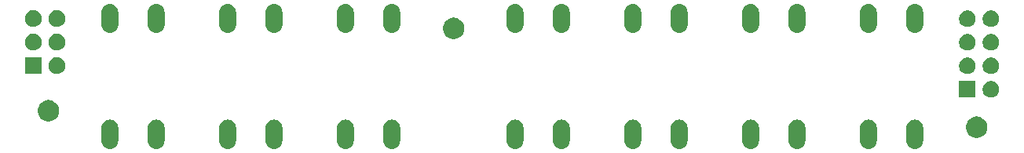
<source format=gbr>
G04 #@! TF.GenerationSoftware,KiCad,Pcbnew,(5.1.5)-3*
G04 #@! TF.CreationDate,2020-02-14T16:00:35-06:00*
G04 #@! TF.ProjectId,7Button,37427574-746f-46e2-9e6b-696361645f70,rev?*
G04 #@! TF.SameCoordinates,Original*
G04 #@! TF.FileFunction,Soldermask,Bot*
G04 #@! TF.FilePolarity,Negative*
%FSLAX46Y46*%
G04 Gerber Fmt 4.6, Leading zero omitted, Abs format (unit mm)*
G04 Created by KiCad (PCBNEW (5.1.5)-3) date 2020-02-14 16:00:35*
%MOMM*%
%LPD*%
G04 APERTURE LIST*
%ADD10C,0.100000*%
G04 APERTURE END LIST*
D10*
G36*
X170359293Y-136868233D02*
G01*
X170531694Y-136920531D01*
X170690583Y-137005458D01*
X170829849Y-137119751D01*
X170944142Y-137259017D01*
X171029069Y-137417905D01*
X171081367Y-137590306D01*
X171094600Y-137724669D01*
X171094600Y-139135331D01*
X171081367Y-139269694D01*
X171029069Y-139442095D01*
X170944142Y-139600983D01*
X170829849Y-139740249D01*
X170690583Y-139854542D01*
X170531695Y-139939469D01*
X170359294Y-139991767D01*
X170180000Y-140009425D01*
X170000707Y-139991767D01*
X169828306Y-139939469D01*
X169669418Y-139854542D01*
X169530152Y-139740249D01*
X169415859Y-139600983D01*
X169330932Y-139442095D01*
X169278634Y-139269694D01*
X169265401Y-139135331D01*
X169265400Y-137724670D01*
X169278633Y-137590307D01*
X169330931Y-137417906D01*
X169415858Y-137259017D01*
X169530151Y-137119751D01*
X169669417Y-137005458D01*
X169828305Y-136920531D01*
X170000706Y-136868233D01*
X170180000Y-136850575D01*
X170359293Y-136868233D01*
G37*
G36*
X149959293Y-136868233D02*
G01*
X150131694Y-136920531D01*
X150290583Y-137005458D01*
X150429849Y-137119751D01*
X150544142Y-137259017D01*
X150629069Y-137417905D01*
X150681367Y-137590306D01*
X150694600Y-137724669D01*
X150694600Y-139135331D01*
X150681367Y-139269694D01*
X150629069Y-139442095D01*
X150544142Y-139600983D01*
X150429849Y-139740249D01*
X150290583Y-139854542D01*
X150131695Y-139939469D01*
X149959294Y-139991767D01*
X149780000Y-140009425D01*
X149600707Y-139991767D01*
X149428306Y-139939469D01*
X149269418Y-139854542D01*
X149130152Y-139740249D01*
X149015859Y-139600983D01*
X148930932Y-139442095D01*
X148878634Y-139269694D01*
X148865401Y-139135331D01*
X148865400Y-137724670D01*
X148878633Y-137590307D01*
X148930931Y-137417906D01*
X149015858Y-137259017D01*
X149130151Y-137119751D01*
X149269417Y-137005458D01*
X149428305Y-136920531D01*
X149600706Y-136868233D01*
X149780000Y-136850575D01*
X149959293Y-136868233D01*
G37*
G36*
X157659293Y-136868233D02*
G01*
X157831694Y-136920531D01*
X157990583Y-137005458D01*
X158129849Y-137119751D01*
X158244142Y-137259017D01*
X158329069Y-137417905D01*
X158381367Y-137590306D01*
X158394600Y-137724669D01*
X158394600Y-139135331D01*
X158381367Y-139269694D01*
X158329069Y-139442095D01*
X158244142Y-139600983D01*
X158129849Y-139740249D01*
X157990583Y-139854542D01*
X157831695Y-139939469D01*
X157659294Y-139991767D01*
X157480000Y-140009425D01*
X157300707Y-139991767D01*
X157128306Y-139939469D01*
X156969418Y-139854542D01*
X156830152Y-139740249D01*
X156715859Y-139600983D01*
X156630932Y-139442095D01*
X156578634Y-139269694D01*
X156565401Y-139135331D01*
X156565400Y-137724670D01*
X156578633Y-137590307D01*
X156630931Y-137417906D01*
X156715858Y-137259017D01*
X156830151Y-137119751D01*
X156969417Y-137005458D01*
X157128305Y-136920531D01*
X157300706Y-136868233D01*
X157480000Y-136850575D01*
X157659293Y-136868233D01*
G37*
G36*
X162659293Y-136868233D02*
G01*
X162831694Y-136920531D01*
X162990583Y-137005458D01*
X163129849Y-137119751D01*
X163244142Y-137259017D01*
X163329069Y-137417905D01*
X163381367Y-137590306D01*
X163394600Y-137724669D01*
X163394600Y-139135331D01*
X163381367Y-139269694D01*
X163329069Y-139442095D01*
X163244142Y-139600983D01*
X163129849Y-139740249D01*
X162990583Y-139854542D01*
X162831695Y-139939469D01*
X162659294Y-139991767D01*
X162480000Y-140009425D01*
X162300707Y-139991767D01*
X162128306Y-139939469D01*
X161969418Y-139854542D01*
X161830152Y-139740249D01*
X161715859Y-139600983D01*
X161630932Y-139442095D01*
X161578634Y-139269694D01*
X161565401Y-139135331D01*
X161565400Y-137724670D01*
X161578633Y-137590307D01*
X161630931Y-137417906D01*
X161715858Y-137259017D01*
X161830151Y-137119751D01*
X161969417Y-137005458D01*
X162128305Y-136920531D01*
X162300706Y-136868233D01*
X162480000Y-136850575D01*
X162659293Y-136868233D01*
G37*
G36*
X175359293Y-136868233D02*
G01*
X175531694Y-136920531D01*
X175690583Y-137005458D01*
X175829849Y-137119751D01*
X175944142Y-137259017D01*
X176029069Y-137417905D01*
X176081367Y-137590306D01*
X176094600Y-137724669D01*
X176094600Y-139135331D01*
X176081367Y-139269694D01*
X176029069Y-139442095D01*
X175944142Y-139600983D01*
X175829849Y-139740249D01*
X175690583Y-139854542D01*
X175531695Y-139939469D01*
X175359294Y-139991767D01*
X175180000Y-140009425D01*
X175000707Y-139991767D01*
X174828306Y-139939469D01*
X174669418Y-139854542D01*
X174530152Y-139740249D01*
X174415859Y-139600983D01*
X174330932Y-139442095D01*
X174278634Y-139269694D01*
X174265401Y-139135331D01*
X174265400Y-137724670D01*
X174278633Y-137590307D01*
X174330931Y-137417906D01*
X174415858Y-137259017D01*
X174530151Y-137119751D01*
X174669417Y-137005458D01*
X174828305Y-136920531D01*
X175000706Y-136868233D01*
X175180000Y-136850575D01*
X175359293Y-136868233D01*
G37*
G36*
X188647293Y-136868233D02*
G01*
X188819694Y-136920531D01*
X188978583Y-137005458D01*
X189117849Y-137119751D01*
X189232142Y-137259017D01*
X189317069Y-137417905D01*
X189369367Y-137590306D01*
X189382600Y-137724669D01*
X189382600Y-139135331D01*
X189369367Y-139269694D01*
X189317069Y-139442095D01*
X189232142Y-139600983D01*
X189117849Y-139740249D01*
X188978583Y-139854542D01*
X188819695Y-139939469D01*
X188647294Y-139991767D01*
X188468000Y-140009425D01*
X188288707Y-139991767D01*
X188116306Y-139939469D01*
X187957418Y-139854542D01*
X187818152Y-139740249D01*
X187703859Y-139600983D01*
X187618932Y-139442095D01*
X187566634Y-139269694D01*
X187553401Y-139135331D01*
X187553400Y-137724670D01*
X187566633Y-137590307D01*
X187618931Y-137417906D01*
X187703858Y-137259017D01*
X187818151Y-137119751D01*
X187957417Y-137005458D01*
X188116305Y-136920531D01*
X188288706Y-136868233D01*
X188468000Y-136850575D01*
X188647293Y-136868233D01*
G37*
G36*
X193647293Y-136868233D02*
G01*
X193819694Y-136920531D01*
X193978583Y-137005458D01*
X194117849Y-137119751D01*
X194232142Y-137259017D01*
X194317069Y-137417905D01*
X194369367Y-137590306D01*
X194382600Y-137724669D01*
X194382600Y-139135331D01*
X194369367Y-139269694D01*
X194317069Y-139442095D01*
X194232142Y-139600983D01*
X194117849Y-139740249D01*
X193978583Y-139854542D01*
X193819695Y-139939469D01*
X193647294Y-139991767D01*
X193468000Y-140009425D01*
X193288707Y-139991767D01*
X193116306Y-139939469D01*
X192957418Y-139854542D01*
X192818152Y-139740249D01*
X192703859Y-139600983D01*
X192618932Y-139442095D01*
X192566634Y-139269694D01*
X192553401Y-139135331D01*
X192553400Y-137724670D01*
X192566633Y-137590307D01*
X192618931Y-137417906D01*
X192703858Y-137259017D01*
X192818151Y-137119751D01*
X192957417Y-137005458D01*
X193116305Y-136920531D01*
X193288706Y-136868233D01*
X193468000Y-136850575D01*
X193647293Y-136868233D01*
G37*
G36*
X201347293Y-136868233D02*
G01*
X201519694Y-136920531D01*
X201678583Y-137005458D01*
X201817849Y-137119751D01*
X201932142Y-137259017D01*
X202017069Y-137417905D01*
X202069367Y-137590306D01*
X202082600Y-137724669D01*
X202082600Y-139135331D01*
X202069367Y-139269694D01*
X202017069Y-139442095D01*
X201932142Y-139600983D01*
X201817849Y-139740249D01*
X201678583Y-139854542D01*
X201519695Y-139939469D01*
X201347294Y-139991767D01*
X201168000Y-140009425D01*
X200988707Y-139991767D01*
X200816306Y-139939469D01*
X200657418Y-139854542D01*
X200518152Y-139740249D01*
X200403859Y-139600983D01*
X200318932Y-139442095D01*
X200266634Y-139269694D01*
X200253401Y-139135331D01*
X200253400Y-137724670D01*
X200266633Y-137590307D01*
X200318931Y-137417906D01*
X200403858Y-137259017D01*
X200518151Y-137119751D01*
X200657417Y-137005458D01*
X200816305Y-136920531D01*
X200988706Y-136868233D01*
X201168000Y-136850575D01*
X201347293Y-136868233D01*
G37*
G36*
X206347293Y-136868233D02*
G01*
X206519694Y-136920531D01*
X206678583Y-137005458D01*
X206817849Y-137119751D01*
X206932142Y-137259017D01*
X207017069Y-137417905D01*
X207069367Y-137590306D01*
X207082600Y-137724669D01*
X207082600Y-139135331D01*
X207069367Y-139269694D01*
X207017069Y-139442095D01*
X206932142Y-139600983D01*
X206817849Y-139740249D01*
X206678583Y-139854542D01*
X206519695Y-139939469D01*
X206347294Y-139991767D01*
X206168000Y-140009425D01*
X205988707Y-139991767D01*
X205816306Y-139939469D01*
X205657418Y-139854542D01*
X205518152Y-139740249D01*
X205403859Y-139600983D01*
X205318932Y-139442095D01*
X205266634Y-139269694D01*
X205253401Y-139135331D01*
X205253400Y-137724670D01*
X205266633Y-137590307D01*
X205318931Y-137417906D01*
X205403858Y-137259017D01*
X205518151Y-137119751D01*
X205657417Y-137005458D01*
X205816305Y-136920531D01*
X205988706Y-136868233D01*
X206168000Y-136850575D01*
X206347293Y-136868233D01*
G37*
G36*
X214047293Y-136868233D02*
G01*
X214219694Y-136920531D01*
X214378583Y-137005458D01*
X214517849Y-137119751D01*
X214632142Y-137259017D01*
X214717069Y-137417905D01*
X214769367Y-137590306D01*
X214782600Y-137724669D01*
X214782600Y-139135331D01*
X214769367Y-139269694D01*
X214717069Y-139442095D01*
X214632142Y-139600983D01*
X214517849Y-139740249D01*
X214378583Y-139854542D01*
X214219695Y-139939469D01*
X214047294Y-139991767D01*
X213868000Y-140009425D01*
X213688707Y-139991767D01*
X213516306Y-139939469D01*
X213357418Y-139854542D01*
X213218152Y-139740249D01*
X213103859Y-139600983D01*
X213018932Y-139442095D01*
X212966634Y-139269694D01*
X212953401Y-139135331D01*
X212953400Y-137724670D01*
X212966633Y-137590307D01*
X213018931Y-137417906D01*
X213103858Y-137259017D01*
X213218151Y-137119751D01*
X213357417Y-137005458D01*
X213516305Y-136920531D01*
X213688706Y-136868233D01*
X213868000Y-136850575D01*
X214047293Y-136868233D01*
G37*
G36*
X219047293Y-136868233D02*
G01*
X219219694Y-136920531D01*
X219378583Y-137005458D01*
X219517849Y-137119751D01*
X219632142Y-137259017D01*
X219717069Y-137417905D01*
X219769367Y-137590306D01*
X219782600Y-137724669D01*
X219782600Y-139135331D01*
X219769367Y-139269694D01*
X219717069Y-139442095D01*
X219632142Y-139600983D01*
X219517849Y-139740249D01*
X219378583Y-139854542D01*
X219219695Y-139939469D01*
X219047294Y-139991767D01*
X218868000Y-140009425D01*
X218688707Y-139991767D01*
X218516306Y-139939469D01*
X218357418Y-139854542D01*
X218218152Y-139740249D01*
X218103859Y-139600983D01*
X218018932Y-139442095D01*
X217966634Y-139269694D01*
X217953401Y-139135331D01*
X217953400Y-137724670D01*
X217966633Y-137590307D01*
X218018931Y-137417906D01*
X218103858Y-137259017D01*
X218218151Y-137119751D01*
X218357417Y-137005458D01*
X218516305Y-136920531D01*
X218688706Y-136868233D01*
X218868000Y-136850575D01*
X219047293Y-136868233D01*
G37*
G36*
X226747293Y-136868233D02*
G01*
X226919694Y-136920531D01*
X227078583Y-137005458D01*
X227217849Y-137119751D01*
X227332142Y-137259017D01*
X227417069Y-137417905D01*
X227469367Y-137590306D01*
X227482600Y-137724669D01*
X227482600Y-139135331D01*
X227469367Y-139269694D01*
X227417069Y-139442095D01*
X227332142Y-139600983D01*
X227217849Y-139740249D01*
X227078583Y-139854542D01*
X226919695Y-139939469D01*
X226747294Y-139991767D01*
X226568000Y-140009425D01*
X226388707Y-139991767D01*
X226216306Y-139939469D01*
X226057418Y-139854542D01*
X225918152Y-139740249D01*
X225803859Y-139600983D01*
X225718932Y-139442095D01*
X225666634Y-139269694D01*
X225653401Y-139135331D01*
X225653400Y-137724670D01*
X225666633Y-137590307D01*
X225718931Y-137417906D01*
X225803858Y-137259017D01*
X225918151Y-137119751D01*
X226057417Y-137005458D01*
X226216305Y-136920531D01*
X226388706Y-136868233D01*
X226568000Y-136850575D01*
X226747293Y-136868233D01*
G37*
G36*
X231747293Y-136868233D02*
G01*
X231919694Y-136920531D01*
X232078583Y-137005458D01*
X232217849Y-137119751D01*
X232332142Y-137259017D01*
X232417069Y-137417905D01*
X232469367Y-137590306D01*
X232482600Y-137724669D01*
X232482600Y-139135331D01*
X232469367Y-139269694D01*
X232417069Y-139442095D01*
X232332142Y-139600983D01*
X232217849Y-139740249D01*
X232078583Y-139854542D01*
X231919695Y-139939469D01*
X231747294Y-139991767D01*
X231568000Y-140009425D01*
X231388707Y-139991767D01*
X231216306Y-139939469D01*
X231057418Y-139854542D01*
X230918152Y-139740249D01*
X230803859Y-139600983D01*
X230718932Y-139442095D01*
X230666634Y-139269694D01*
X230653401Y-139135331D01*
X230653400Y-137724670D01*
X230666633Y-137590307D01*
X230718931Y-137417906D01*
X230803858Y-137259017D01*
X230918151Y-137119751D01*
X231057417Y-137005458D01*
X231216305Y-136920531D01*
X231388706Y-136868233D01*
X231568000Y-136850575D01*
X231747293Y-136868233D01*
G37*
G36*
X144959293Y-136868233D02*
G01*
X145131694Y-136920531D01*
X145290583Y-137005458D01*
X145429849Y-137119751D01*
X145544142Y-137259017D01*
X145629069Y-137417905D01*
X145681367Y-137590306D01*
X145694600Y-137724669D01*
X145694600Y-139135331D01*
X145681367Y-139269694D01*
X145629069Y-139442095D01*
X145544142Y-139600983D01*
X145429849Y-139740249D01*
X145290583Y-139854542D01*
X145131695Y-139939469D01*
X144959294Y-139991767D01*
X144780000Y-140009425D01*
X144600707Y-139991767D01*
X144428306Y-139939469D01*
X144269418Y-139854542D01*
X144130152Y-139740249D01*
X144015859Y-139600983D01*
X143930932Y-139442095D01*
X143878634Y-139269694D01*
X143865401Y-139135331D01*
X143865400Y-137724670D01*
X143878633Y-137590307D01*
X143930931Y-137417906D01*
X144015858Y-137259017D01*
X144130151Y-137119751D01*
X144269417Y-137005458D01*
X144428305Y-136920531D01*
X144600706Y-136868233D01*
X144780000Y-136850575D01*
X144959293Y-136868233D01*
G37*
G36*
X238476549Y-136539116D02*
G01*
X238587734Y-136561232D01*
X238797203Y-136647997D01*
X238985720Y-136773960D01*
X239146040Y-136934280D01*
X239272003Y-137122797D01*
X239358768Y-137332266D01*
X239403000Y-137554636D01*
X239403000Y-137781364D01*
X239358768Y-138003734D01*
X239272003Y-138213203D01*
X239146040Y-138401720D01*
X238985720Y-138562040D01*
X238797203Y-138688003D01*
X238587734Y-138774768D01*
X238476549Y-138796884D01*
X238365365Y-138819000D01*
X238138635Y-138819000D01*
X238027451Y-138796884D01*
X237916266Y-138774768D01*
X237706797Y-138688003D01*
X237518280Y-138562040D01*
X237357960Y-138401720D01*
X237231997Y-138213203D01*
X237145232Y-138003734D01*
X237101000Y-137781364D01*
X237101000Y-137554636D01*
X237145232Y-137332266D01*
X237231997Y-137122797D01*
X237357960Y-136934280D01*
X237518280Y-136773960D01*
X237706797Y-136647997D01*
X237916266Y-136561232D01*
X238027451Y-136539116D01*
X238138635Y-136517000D01*
X238365365Y-136517000D01*
X238476549Y-136539116D01*
G37*
G36*
X138400549Y-134761116D02*
G01*
X138511734Y-134783232D01*
X138721203Y-134869997D01*
X138909720Y-134995960D01*
X139070040Y-135156280D01*
X139196003Y-135344797D01*
X139282768Y-135554266D01*
X139327000Y-135776636D01*
X139327000Y-136003364D01*
X139282768Y-136225734D01*
X139196003Y-136435203D01*
X139070040Y-136623720D01*
X138909720Y-136784040D01*
X138721203Y-136910003D01*
X138511734Y-136996768D01*
X138468046Y-137005458D01*
X138289365Y-137041000D01*
X138062635Y-137041000D01*
X137883954Y-137005458D01*
X137840266Y-136996768D01*
X137630797Y-136910003D01*
X137442280Y-136784040D01*
X137281960Y-136623720D01*
X137155997Y-136435203D01*
X137069232Y-136225734D01*
X137025000Y-136003364D01*
X137025000Y-135776636D01*
X137069232Y-135554266D01*
X137155997Y-135344797D01*
X137281960Y-135156280D01*
X137442280Y-134995960D01*
X137630797Y-134869997D01*
X137840266Y-134783232D01*
X137951451Y-134761116D01*
X138062635Y-134739000D01*
X138289365Y-134739000D01*
X138400549Y-134761116D01*
G37*
G36*
X238137000Y-134481000D02*
G01*
X236335000Y-134481000D01*
X236335000Y-132679000D01*
X238137000Y-132679000D01*
X238137000Y-134481000D01*
G37*
G36*
X239889512Y-132683927D02*
G01*
X240038812Y-132713624D01*
X240202784Y-132781544D01*
X240350354Y-132880147D01*
X240475853Y-133005646D01*
X240574456Y-133153216D01*
X240642376Y-133317188D01*
X240677000Y-133491259D01*
X240677000Y-133668741D01*
X240642376Y-133842812D01*
X240574456Y-134006784D01*
X240475853Y-134154354D01*
X240350354Y-134279853D01*
X240202784Y-134378456D01*
X240038812Y-134446376D01*
X239889512Y-134476073D01*
X239864742Y-134481000D01*
X239687258Y-134481000D01*
X239662488Y-134476073D01*
X239513188Y-134446376D01*
X239349216Y-134378456D01*
X239201646Y-134279853D01*
X239076147Y-134154354D01*
X238977544Y-134006784D01*
X238909624Y-133842812D01*
X238875000Y-133668741D01*
X238875000Y-133491259D01*
X238909624Y-133317188D01*
X238977544Y-133153216D01*
X239076147Y-133005646D01*
X239201646Y-132880147D01*
X239349216Y-132781544D01*
X239513188Y-132713624D01*
X239662488Y-132683927D01*
X239687258Y-132679000D01*
X239864742Y-132679000D01*
X239889512Y-132683927D01*
G37*
G36*
X239889512Y-130143927D02*
G01*
X240038812Y-130173624D01*
X240202784Y-130241544D01*
X240350354Y-130340147D01*
X240475853Y-130465646D01*
X240574456Y-130613216D01*
X240642376Y-130777188D01*
X240677000Y-130951259D01*
X240677000Y-131128741D01*
X240642376Y-131302812D01*
X240574456Y-131466784D01*
X240475853Y-131614354D01*
X240350354Y-131739853D01*
X240202784Y-131838456D01*
X240038812Y-131906376D01*
X239889512Y-131936073D01*
X239864742Y-131941000D01*
X239687258Y-131941000D01*
X239662488Y-131936073D01*
X239513188Y-131906376D01*
X239349216Y-131838456D01*
X239201646Y-131739853D01*
X239076147Y-131614354D01*
X238977544Y-131466784D01*
X238909624Y-131302812D01*
X238875000Y-131128741D01*
X238875000Y-130951259D01*
X238909624Y-130777188D01*
X238977544Y-130613216D01*
X239076147Y-130465646D01*
X239201646Y-130340147D01*
X239349216Y-130241544D01*
X239513188Y-130173624D01*
X239662488Y-130143927D01*
X239687258Y-130139000D01*
X239864742Y-130139000D01*
X239889512Y-130143927D01*
G37*
G36*
X237349512Y-130143927D02*
G01*
X237498812Y-130173624D01*
X237662784Y-130241544D01*
X237810354Y-130340147D01*
X237935853Y-130465646D01*
X238034456Y-130613216D01*
X238102376Y-130777188D01*
X238137000Y-130951259D01*
X238137000Y-131128741D01*
X238102376Y-131302812D01*
X238034456Y-131466784D01*
X237935853Y-131614354D01*
X237810354Y-131739853D01*
X237662784Y-131838456D01*
X237498812Y-131906376D01*
X237349512Y-131936073D01*
X237324742Y-131941000D01*
X237147258Y-131941000D01*
X237122488Y-131936073D01*
X236973188Y-131906376D01*
X236809216Y-131838456D01*
X236661646Y-131739853D01*
X236536147Y-131614354D01*
X236437544Y-131466784D01*
X236369624Y-131302812D01*
X236335000Y-131128741D01*
X236335000Y-130951259D01*
X236369624Y-130777188D01*
X236437544Y-130613216D01*
X236536147Y-130465646D01*
X236661646Y-130340147D01*
X236809216Y-130241544D01*
X236973188Y-130173624D01*
X237122488Y-130143927D01*
X237147258Y-130139000D01*
X237324742Y-130139000D01*
X237349512Y-130143927D01*
G37*
G36*
X139178512Y-130133927D02*
G01*
X139327812Y-130163624D01*
X139491784Y-130231544D01*
X139639354Y-130330147D01*
X139764853Y-130455646D01*
X139863456Y-130603216D01*
X139931376Y-130767188D01*
X139966000Y-130941259D01*
X139966000Y-131118741D01*
X139931376Y-131292812D01*
X139863456Y-131456784D01*
X139764853Y-131604354D01*
X139639354Y-131729853D01*
X139491784Y-131828456D01*
X139327812Y-131896376D01*
X139178512Y-131926073D01*
X139153742Y-131931000D01*
X138976258Y-131931000D01*
X138951488Y-131926073D01*
X138802188Y-131896376D01*
X138638216Y-131828456D01*
X138490646Y-131729853D01*
X138365147Y-131604354D01*
X138266544Y-131456784D01*
X138198624Y-131292812D01*
X138164000Y-131118741D01*
X138164000Y-130941259D01*
X138198624Y-130767188D01*
X138266544Y-130603216D01*
X138365147Y-130455646D01*
X138490646Y-130330147D01*
X138638216Y-130231544D01*
X138802188Y-130163624D01*
X138951488Y-130133927D01*
X138976258Y-130129000D01*
X139153742Y-130129000D01*
X139178512Y-130133927D01*
G37*
G36*
X137426000Y-131931000D02*
G01*
X135624000Y-131931000D01*
X135624000Y-130129000D01*
X137426000Y-130129000D01*
X137426000Y-131931000D01*
G37*
G36*
X239889512Y-127603927D02*
G01*
X240038812Y-127633624D01*
X240202784Y-127701544D01*
X240350354Y-127800147D01*
X240475853Y-127925646D01*
X240574456Y-128073216D01*
X240642376Y-128237188D01*
X240677000Y-128411259D01*
X240677000Y-128588741D01*
X240642376Y-128762812D01*
X240574456Y-128926784D01*
X240475853Y-129074354D01*
X240350354Y-129199853D01*
X240202784Y-129298456D01*
X240038812Y-129366376D01*
X239889512Y-129396073D01*
X239864742Y-129401000D01*
X239687258Y-129401000D01*
X239662488Y-129396073D01*
X239513188Y-129366376D01*
X239349216Y-129298456D01*
X239201646Y-129199853D01*
X239076147Y-129074354D01*
X238977544Y-128926784D01*
X238909624Y-128762812D01*
X238875000Y-128588741D01*
X238875000Y-128411259D01*
X238909624Y-128237188D01*
X238977544Y-128073216D01*
X239076147Y-127925646D01*
X239201646Y-127800147D01*
X239349216Y-127701544D01*
X239513188Y-127633624D01*
X239662488Y-127603927D01*
X239687258Y-127599000D01*
X239864742Y-127599000D01*
X239889512Y-127603927D01*
G37*
G36*
X237349512Y-127603927D02*
G01*
X237498812Y-127633624D01*
X237662784Y-127701544D01*
X237810354Y-127800147D01*
X237935853Y-127925646D01*
X238034456Y-128073216D01*
X238102376Y-128237188D01*
X238137000Y-128411259D01*
X238137000Y-128588741D01*
X238102376Y-128762812D01*
X238034456Y-128926784D01*
X237935853Y-129074354D01*
X237810354Y-129199853D01*
X237662784Y-129298456D01*
X237498812Y-129366376D01*
X237349512Y-129396073D01*
X237324742Y-129401000D01*
X237147258Y-129401000D01*
X237122488Y-129396073D01*
X236973188Y-129366376D01*
X236809216Y-129298456D01*
X236661646Y-129199853D01*
X236536147Y-129074354D01*
X236437544Y-128926784D01*
X236369624Y-128762812D01*
X236335000Y-128588741D01*
X236335000Y-128411259D01*
X236369624Y-128237188D01*
X236437544Y-128073216D01*
X236536147Y-127925646D01*
X236661646Y-127800147D01*
X236809216Y-127701544D01*
X236973188Y-127633624D01*
X237122488Y-127603927D01*
X237147258Y-127599000D01*
X237324742Y-127599000D01*
X237349512Y-127603927D01*
G37*
G36*
X136638512Y-127593927D02*
G01*
X136787812Y-127623624D01*
X136951784Y-127691544D01*
X137099354Y-127790147D01*
X137224853Y-127915646D01*
X137323456Y-128063216D01*
X137391376Y-128227188D01*
X137426000Y-128401259D01*
X137426000Y-128578741D01*
X137391376Y-128752812D01*
X137323456Y-128916784D01*
X137224853Y-129064354D01*
X137099354Y-129189853D01*
X136951784Y-129288456D01*
X136787812Y-129356376D01*
X136638512Y-129386073D01*
X136613742Y-129391000D01*
X136436258Y-129391000D01*
X136411488Y-129386073D01*
X136262188Y-129356376D01*
X136098216Y-129288456D01*
X135950646Y-129189853D01*
X135825147Y-129064354D01*
X135726544Y-128916784D01*
X135658624Y-128752812D01*
X135624000Y-128578741D01*
X135624000Y-128401259D01*
X135658624Y-128227188D01*
X135726544Y-128063216D01*
X135825147Y-127915646D01*
X135950646Y-127790147D01*
X136098216Y-127691544D01*
X136262188Y-127623624D01*
X136411488Y-127593927D01*
X136436258Y-127589000D01*
X136613742Y-127589000D01*
X136638512Y-127593927D01*
G37*
G36*
X139178512Y-127593927D02*
G01*
X139327812Y-127623624D01*
X139491784Y-127691544D01*
X139639354Y-127790147D01*
X139764853Y-127915646D01*
X139863456Y-128063216D01*
X139931376Y-128227188D01*
X139966000Y-128401259D01*
X139966000Y-128578741D01*
X139931376Y-128752812D01*
X139863456Y-128916784D01*
X139764853Y-129064354D01*
X139639354Y-129189853D01*
X139491784Y-129288456D01*
X139327812Y-129356376D01*
X139178512Y-129386073D01*
X139153742Y-129391000D01*
X138976258Y-129391000D01*
X138951488Y-129386073D01*
X138802188Y-129356376D01*
X138638216Y-129288456D01*
X138490646Y-129189853D01*
X138365147Y-129064354D01*
X138266544Y-128916784D01*
X138198624Y-128752812D01*
X138164000Y-128578741D01*
X138164000Y-128401259D01*
X138198624Y-128227188D01*
X138266544Y-128063216D01*
X138365147Y-127915646D01*
X138490646Y-127790147D01*
X138638216Y-127691544D01*
X138802188Y-127623624D01*
X138951488Y-127593927D01*
X138976258Y-127589000D01*
X139153742Y-127589000D01*
X139178512Y-127593927D01*
G37*
G36*
X182088549Y-125871116D02*
G01*
X182199734Y-125893232D01*
X182409203Y-125979997D01*
X182597720Y-126105960D01*
X182758040Y-126266280D01*
X182884003Y-126454797D01*
X182968940Y-126659852D01*
X182970768Y-126664267D01*
X183001025Y-126816376D01*
X183015000Y-126886636D01*
X183015000Y-127113364D01*
X182970768Y-127335734D01*
X182884003Y-127545203D01*
X182758040Y-127733720D01*
X182597720Y-127894040D01*
X182409203Y-128020003D01*
X182199734Y-128106768D01*
X182088549Y-128128884D01*
X181977365Y-128151000D01*
X181750635Y-128151000D01*
X181639451Y-128128884D01*
X181528266Y-128106768D01*
X181318797Y-128020003D01*
X181130280Y-127894040D01*
X180969960Y-127733720D01*
X180843997Y-127545203D01*
X180757232Y-127335734D01*
X180713000Y-127113364D01*
X180713000Y-126886636D01*
X180726976Y-126816376D01*
X180757232Y-126664267D01*
X180759061Y-126659852D01*
X180843997Y-126454797D01*
X180969960Y-126266280D01*
X181130280Y-126105960D01*
X181318797Y-125979997D01*
X181528266Y-125893232D01*
X181639451Y-125871116D01*
X181750635Y-125849000D01*
X181977365Y-125849000D01*
X182088549Y-125871116D01*
G37*
G36*
X157659293Y-124368233D02*
G01*
X157831694Y-124420531D01*
X157990583Y-124505458D01*
X158129849Y-124619751D01*
X158244142Y-124759017D01*
X158329069Y-124917905D01*
X158381367Y-125090306D01*
X158394600Y-125224669D01*
X158394600Y-126635331D01*
X158381367Y-126769694D01*
X158329069Y-126942095D01*
X158244142Y-127100983D01*
X158129849Y-127240249D01*
X157990583Y-127354542D01*
X157831695Y-127439469D01*
X157659294Y-127491767D01*
X157480000Y-127509425D01*
X157300707Y-127491767D01*
X157128306Y-127439469D01*
X156969418Y-127354542D01*
X156830152Y-127240249D01*
X156715859Y-127100983D01*
X156630932Y-126942095D01*
X156578634Y-126769694D01*
X156565401Y-126635331D01*
X156565400Y-125224670D01*
X156578633Y-125090307D01*
X156630931Y-124917906D01*
X156715858Y-124759017D01*
X156830151Y-124619751D01*
X156969417Y-124505458D01*
X157128305Y-124420531D01*
X157300706Y-124368233D01*
X157480000Y-124350575D01*
X157659293Y-124368233D01*
G37*
G36*
X214047293Y-124368233D02*
G01*
X214219694Y-124420531D01*
X214378583Y-124505458D01*
X214517849Y-124619751D01*
X214632142Y-124759017D01*
X214717069Y-124917905D01*
X214769367Y-125090306D01*
X214782600Y-125224669D01*
X214782600Y-126635331D01*
X214769367Y-126769694D01*
X214717069Y-126942095D01*
X214632142Y-127100983D01*
X214517849Y-127240249D01*
X214378583Y-127354542D01*
X214219695Y-127439469D01*
X214047294Y-127491767D01*
X213868000Y-127509425D01*
X213688707Y-127491767D01*
X213516306Y-127439469D01*
X213357418Y-127354542D01*
X213218152Y-127240249D01*
X213103859Y-127100983D01*
X213018932Y-126942095D01*
X212966634Y-126769694D01*
X212953401Y-126635331D01*
X212953400Y-125224670D01*
X212966633Y-125090307D01*
X213018931Y-124917906D01*
X213103858Y-124759017D01*
X213218151Y-124619751D01*
X213357417Y-124505458D01*
X213516305Y-124420531D01*
X213688706Y-124368233D01*
X213868000Y-124350575D01*
X214047293Y-124368233D01*
G37*
G36*
X219047293Y-124368233D02*
G01*
X219219694Y-124420531D01*
X219378583Y-124505458D01*
X219517849Y-124619751D01*
X219632142Y-124759017D01*
X219717069Y-124917905D01*
X219769367Y-125090306D01*
X219782600Y-125224669D01*
X219782600Y-126635331D01*
X219769367Y-126769694D01*
X219717069Y-126942095D01*
X219632142Y-127100983D01*
X219517849Y-127240249D01*
X219378583Y-127354542D01*
X219219695Y-127439469D01*
X219047294Y-127491767D01*
X218868000Y-127509425D01*
X218688707Y-127491767D01*
X218516306Y-127439469D01*
X218357418Y-127354542D01*
X218218152Y-127240249D01*
X218103859Y-127100983D01*
X218018932Y-126942095D01*
X217966634Y-126769694D01*
X217953401Y-126635331D01*
X217953400Y-125224670D01*
X217966633Y-125090307D01*
X218018931Y-124917906D01*
X218103858Y-124759017D01*
X218218151Y-124619751D01*
X218357417Y-124505458D01*
X218516305Y-124420531D01*
X218688706Y-124368233D01*
X218868000Y-124350575D01*
X219047293Y-124368233D01*
G37*
G36*
X226747293Y-124368233D02*
G01*
X226919694Y-124420531D01*
X227078583Y-124505458D01*
X227217849Y-124619751D01*
X227332142Y-124759017D01*
X227417069Y-124917905D01*
X227469367Y-125090306D01*
X227482600Y-125224669D01*
X227482600Y-126635331D01*
X227469367Y-126769694D01*
X227417069Y-126942095D01*
X227332142Y-127100983D01*
X227217849Y-127240249D01*
X227078583Y-127354542D01*
X226919695Y-127439469D01*
X226747294Y-127491767D01*
X226568000Y-127509425D01*
X226388707Y-127491767D01*
X226216306Y-127439469D01*
X226057418Y-127354542D01*
X225918152Y-127240249D01*
X225803859Y-127100983D01*
X225718932Y-126942095D01*
X225666634Y-126769694D01*
X225653401Y-126635331D01*
X225653400Y-125224670D01*
X225666633Y-125090307D01*
X225718931Y-124917906D01*
X225803858Y-124759017D01*
X225918151Y-124619751D01*
X226057417Y-124505458D01*
X226216305Y-124420531D01*
X226388706Y-124368233D01*
X226568000Y-124350575D01*
X226747293Y-124368233D01*
G37*
G36*
X231747293Y-124368233D02*
G01*
X231919694Y-124420531D01*
X232078583Y-124505458D01*
X232217849Y-124619751D01*
X232332142Y-124759017D01*
X232417069Y-124917905D01*
X232469367Y-125090306D01*
X232482600Y-125224669D01*
X232482600Y-126635331D01*
X232469367Y-126769694D01*
X232417069Y-126942095D01*
X232332142Y-127100983D01*
X232217849Y-127240249D01*
X232078583Y-127354542D01*
X231919695Y-127439469D01*
X231747294Y-127491767D01*
X231568000Y-127509425D01*
X231388707Y-127491767D01*
X231216306Y-127439469D01*
X231057418Y-127354542D01*
X230918152Y-127240249D01*
X230803859Y-127100983D01*
X230718932Y-126942095D01*
X230666634Y-126769694D01*
X230653401Y-126635331D01*
X230653400Y-125224670D01*
X230666633Y-125090307D01*
X230718931Y-124917906D01*
X230803858Y-124759017D01*
X230918151Y-124619751D01*
X231057417Y-124505458D01*
X231216305Y-124420531D01*
X231388706Y-124368233D01*
X231568000Y-124350575D01*
X231747293Y-124368233D01*
G37*
G36*
X144959293Y-124368233D02*
G01*
X145131694Y-124420531D01*
X145290583Y-124505458D01*
X145429849Y-124619751D01*
X145544142Y-124759017D01*
X145629069Y-124917905D01*
X145681367Y-125090306D01*
X145694600Y-125224669D01*
X145694600Y-126635331D01*
X145681367Y-126769694D01*
X145629069Y-126942095D01*
X145544142Y-127100983D01*
X145429849Y-127240249D01*
X145290583Y-127354542D01*
X145131695Y-127439469D01*
X144959294Y-127491767D01*
X144780000Y-127509425D01*
X144600707Y-127491767D01*
X144428306Y-127439469D01*
X144269418Y-127354542D01*
X144130152Y-127240249D01*
X144015859Y-127100983D01*
X143930932Y-126942095D01*
X143878634Y-126769694D01*
X143865401Y-126635331D01*
X143865400Y-125224670D01*
X143878633Y-125090307D01*
X143930931Y-124917906D01*
X144015858Y-124759017D01*
X144130151Y-124619751D01*
X144269417Y-124505458D01*
X144428305Y-124420531D01*
X144600706Y-124368233D01*
X144780000Y-124350575D01*
X144959293Y-124368233D01*
G37*
G36*
X149959293Y-124368233D02*
G01*
X150131694Y-124420531D01*
X150290583Y-124505458D01*
X150429849Y-124619751D01*
X150544142Y-124759017D01*
X150629069Y-124917905D01*
X150681367Y-125090306D01*
X150694600Y-125224669D01*
X150694600Y-126635331D01*
X150681367Y-126769694D01*
X150629069Y-126942095D01*
X150544142Y-127100983D01*
X150429849Y-127240249D01*
X150290583Y-127354542D01*
X150131695Y-127439469D01*
X149959294Y-127491767D01*
X149780000Y-127509425D01*
X149600707Y-127491767D01*
X149428306Y-127439469D01*
X149269418Y-127354542D01*
X149130152Y-127240249D01*
X149015859Y-127100983D01*
X148930932Y-126942095D01*
X148878634Y-126769694D01*
X148865401Y-126635331D01*
X148865400Y-125224670D01*
X148878633Y-125090307D01*
X148930931Y-124917906D01*
X149015858Y-124759017D01*
X149130151Y-124619751D01*
X149269417Y-124505458D01*
X149428305Y-124420531D01*
X149600706Y-124368233D01*
X149780000Y-124350575D01*
X149959293Y-124368233D01*
G37*
G36*
X162659293Y-124368233D02*
G01*
X162831694Y-124420531D01*
X162990583Y-124505458D01*
X163129849Y-124619751D01*
X163244142Y-124759017D01*
X163329069Y-124917905D01*
X163381367Y-125090306D01*
X163394600Y-125224669D01*
X163394600Y-126635331D01*
X163381367Y-126769694D01*
X163329069Y-126942095D01*
X163244142Y-127100983D01*
X163129849Y-127240249D01*
X162990583Y-127354542D01*
X162831695Y-127439469D01*
X162659294Y-127491767D01*
X162480000Y-127509425D01*
X162300707Y-127491767D01*
X162128306Y-127439469D01*
X161969418Y-127354542D01*
X161830152Y-127240249D01*
X161715859Y-127100983D01*
X161630932Y-126942095D01*
X161578634Y-126769694D01*
X161565401Y-126635331D01*
X161565400Y-125224670D01*
X161578633Y-125090307D01*
X161630931Y-124917906D01*
X161715858Y-124759017D01*
X161830151Y-124619751D01*
X161969417Y-124505458D01*
X162128305Y-124420531D01*
X162300706Y-124368233D01*
X162480000Y-124350575D01*
X162659293Y-124368233D01*
G37*
G36*
X193647293Y-124368233D02*
G01*
X193819694Y-124420531D01*
X193978583Y-124505458D01*
X194117849Y-124619751D01*
X194232142Y-124759017D01*
X194317069Y-124917905D01*
X194369367Y-125090306D01*
X194382600Y-125224669D01*
X194382600Y-126635331D01*
X194369367Y-126769694D01*
X194317069Y-126942095D01*
X194232142Y-127100983D01*
X194117849Y-127240249D01*
X193978583Y-127354542D01*
X193819695Y-127439469D01*
X193647294Y-127491767D01*
X193468000Y-127509425D01*
X193288707Y-127491767D01*
X193116306Y-127439469D01*
X192957418Y-127354542D01*
X192818152Y-127240249D01*
X192703859Y-127100983D01*
X192618932Y-126942095D01*
X192566634Y-126769694D01*
X192553401Y-126635331D01*
X192553400Y-125224670D01*
X192566633Y-125090307D01*
X192618931Y-124917906D01*
X192703858Y-124759017D01*
X192818151Y-124619751D01*
X192957417Y-124505458D01*
X193116305Y-124420531D01*
X193288706Y-124368233D01*
X193468000Y-124350575D01*
X193647293Y-124368233D01*
G37*
G36*
X175359293Y-124368233D02*
G01*
X175531694Y-124420531D01*
X175690583Y-124505458D01*
X175829849Y-124619751D01*
X175944142Y-124759017D01*
X176029069Y-124917905D01*
X176081367Y-125090306D01*
X176094600Y-125224669D01*
X176094600Y-126635331D01*
X176081367Y-126769694D01*
X176029069Y-126942095D01*
X175944142Y-127100983D01*
X175829849Y-127240249D01*
X175690583Y-127354542D01*
X175531695Y-127439469D01*
X175359294Y-127491767D01*
X175180000Y-127509425D01*
X175000707Y-127491767D01*
X174828306Y-127439469D01*
X174669418Y-127354542D01*
X174530152Y-127240249D01*
X174415859Y-127100983D01*
X174330932Y-126942095D01*
X174278634Y-126769694D01*
X174265401Y-126635331D01*
X174265400Y-125224670D01*
X174278633Y-125090307D01*
X174330931Y-124917906D01*
X174415858Y-124759017D01*
X174530151Y-124619751D01*
X174669417Y-124505458D01*
X174828305Y-124420531D01*
X175000706Y-124368233D01*
X175180000Y-124350575D01*
X175359293Y-124368233D01*
G37*
G36*
X188647293Y-124368233D02*
G01*
X188819694Y-124420531D01*
X188978583Y-124505458D01*
X189117849Y-124619751D01*
X189232142Y-124759017D01*
X189317069Y-124917905D01*
X189369367Y-125090306D01*
X189382600Y-125224669D01*
X189382600Y-126635331D01*
X189369367Y-126769694D01*
X189317069Y-126942095D01*
X189232142Y-127100983D01*
X189117849Y-127240249D01*
X188978583Y-127354542D01*
X188819695Y-127439469D01*
X188647294Y-127491767D01*
X188468000Y-127509425D01*
X188288707Y-127491767D01*
X188116306Y-127439469D01*
X187957418Y-127354542D01*
X187818152Y-127240249D01*
X187703859Y-127100983D01*
X187618932Y-126942095D01*
X187566634Y-126769694D01*
X187553401Y-126635331D01*
X187553400Y-125224670D01*
X187566633Y-125090307D01*
X187618931Y-124917906D01*
X187703858Y-124759017D01*
X187818151Y-124619751D01*
X187957417Y-124505458D01*
X188116305Y-124420531D01*
X188288706Y-124368233D01*
X188468000Y-124350575D01*
X188647293Y-124368233D01*
G37*
G36*
X201347293Y-124368233D02*
G01*
X201519694Y-124420531D01*
X201678583Y-124505458D01*
X201817849Y-124619751D01*
X201932142Y-124759017D01*
X202017069Y-124917905D01*
X202069367Y-125090306D01*
X202082600Y-125224669D01*
X202082600Y-126635331D01*
X202069367Y-126769694D01*
X202017069Y-126942095D01*
X201932142Y-127100983D01*
X201817849Y-127240249D01*
X201678583Y-127354542D01*
X201519695Y-127439469D01*
X201347294Y-127491767D01*
X201168000Y-127509425D01*
X200988707Y-127491767D01*
X200816306Y-127439469D01*
X200657418Y-127354542D01*
X200518152Y-127240249D01*
X200403859Y-127100983D01*
X200318932Y-126942095D01*
X200266634Y-126769694D01*
X200253401Y-126635331D01*
X200253400Y-125224670D01*
X200266633Y-125090307D01*
X200318931Y-124917906D01*
X200403858Y-124759017D01*
X200518151Y-124619751D01*
X200657417Y-124505458D01*
X200816305Y-124420531D01*
X200988706Y-124368233D01*
X201168000Y-124350575D01*
X201347293Y-124368233D01*
G37*
G36*
X206347293Y-124368233D02*
G01*
X206519694Y-124420531D01*
X206678583Y-124505458D01*
X206817849Y-124619751D01*
X206932142Y-124759017D01*
X207017069Y-124917905D01*
X207069367Y-125090306D01*
X207082600Y-125224669D01*
X207082600Y-126635331D01*
X207069367Y-126769694D01*
X207017069Y-126942095D01*
X206932142Y-127100983D01*
X206817849Y-127240249D01*
X206678583Y-127354542D01*
X206519695Y-127439469D01*
X206347294Y-127491767D01*
X206168000Y-127509425D01*
X205988707Y-127491767D01*
X205816306Y-127439469D01*
X205657418Y-127354542D01*
X205518152Y-127240249D01*
X205403859Y-127100983D01*
X205318932Y-126942095D01*
X205266634Y-126769694D01*
X205253401Y-126635331D01*
X205253400Y-125224670D01*
X205266633Y-125090307D01*
X205318931Y-124917906D01*
X205403858Y-124759017D01*
X205518151Y-124619751D01*
X205657417Y-124505458D01*
X205816305Y-124420531D01*
X205988706Y-124368233D01*
X206168000Y-124350575D01*
X206347293Y-124368233D01*
G37*
G36*
X170359293Y-124368233D02*
G01*
X170531694Y-124420531D01*
X170690583Y-124505458D01*
X170829849Y-124619751D01*
X170944142Y-124759017D01*
X171029069Y-124917905D01*
X171081367Y-125090306D01*
X171094600Y-125224669D01*
X171094600Y-126635331D01*
X171081367Y-126769694D01*
X171029069Y-126942095D01*
X170944142Y-127100983D01*
X170829849Y-127240249D01*
X170690583Y-127354542D01*
X170531695Y-127439469D01*
X170359294Y-127491767D01*
X170180000Y-127509425D01*
X170000707Y-127491767D01*
X169828306Y-127439469D01*
X169669418Y-127354542D01*
X169530152Y-127240249D01*
X169415859Y-127100983D01*
X169330932Y-126942095D01*
X169278634Y-126769694D01*
X169265401Y-126635331D01*
X169265400Y-125224670D01*
X169278633Y-125090307D01*
X169330931Y-124917906D01*
X169415858Y-124759017D01*
X169530151Y-124619751D01*
X169669417Y-124505458D01*
X169828305Y-124420531D01*
X170000706Y-124368233D01*
X170180000Y-124350575D01*
X170359293Y-124368233D01*
G37*
G36*
X237349512Y-125063927D02*
G01*
X237498812Y-125093624D01*
X237662784Y-125161544D01*
X237810354Y-125260147D01*
X237935853Y-125385646D01*
X238034456Y-125533216D01*
X238102376Y-125697188D01*
X238137000Y-125871259D01*
X238137000Y-126048741D01*
X238102376Y-126222812D01*
X238034456Y-126386784D01*
X237935853Y-126534354D01*
X237810354Y-126659853D01*
X237662784Y-126758456D01*
X237498812Y-126826376D01*
X237349512Y-126856073D01*
X237324742Y-126861000D01*
X237147258Y-126861000D01*
X237122488Y-126856073D01*
X236973188Y-126826376D01*
X236809216Y-126758456D01*
X236661646Y-126659853D01*
X236536147Y-126534354D01*
X236437544Y-126386784D01*
X236369624Y-126222812D01*
X236335000Y-126048741D01*
X236335000Y-125871259D01*
X236369624Y-125697188D01*
X236437544Y-125533216D01*
X236536147Y-125385646D01*
X236661646Y-125260147D01*
X236809216Y-125161544D01*
X236973188Y-125093624D01*
X237122488Y-125063927D01*
X237147258Y-125059000D01*
X237324742Y-125059000D01*
X237349512Y-125063927D01*
G37*
G36*
X239889512Y-125063927D02*
G01*
X240038812Y-125093624D01*
X240202784Y-125161544D01*
X240350354Y-125260147D01*
X240475853Y-125385646D01*
X240574456Y-125533216D01*
X240642376Y-125697188D01*
X240677000Y-125871259D01*
X240677000Y-126048741D01*
X240642376Y-126222812D01*
X240574456Y-126386784D01*
X240475853Y-126534354D01*
X240350354Y-126659853D01*
X240202784Y-126758456D01*
X240038812Y-126826376D01*
X239889512Y-126856073D01*
X239864742Y-126861000D01*
X239687258Y-126861000D01*
X239662488Y-126856073D01*
X239513188Y-126826376D01*
X239349216Y-126758456D01*
X239201646Y-126659853D01*
X239076147Y-126534354D01*
X238977544Y-126386784D01*
X238909624Y-126222812D01*
X238875000Y-126048741D01*
X238875000Y-125871259D01*
X238909624Y-125697188D01*
X238977544Y-125533216D01*
X239076147Y-125385646D01*
X239201646Y-125260147D01*
X239349216Y-125161544D01*
X239513188Y-125093624D01*
X239662488Y-125063927D01*
X239687258Y-125059000D01*
X239864742Y-125059000D01*
X239889512Y-125063927D01*
G37*
G36*
X139178512Y-125053927D02*
G01*
X139327812Y-125083624D01*
X139491784Y-125151544D01*
X139639354Y-125250147D01*
X139764853Y-125375646D01*
X139863456Y-125523216D01*
X139931376Y-125687188D01*
X139966000Y-125861259D01*
X139966000Y-126038741D01*
X139931376Y-126212812D01*
X139863456Y-126376784D01*
X139764853Y-126524354D01*
X139639354Y-126649853D01*
X139491784Y-126748456D01*
X139327812Y-126816376D01*
X139178512Y-126846073D01*
X139153742Y-126851000D01*
X138976258Y-126851000D01*
X138951488Y-126846073D01*
X138802188Y-126816376D01*
X138638216Y-126748456D01*
X138490646Y-126649853D01*
X138365147Y-126524354D01*
X138266544Y-126376784D01*
X138198624Y-126212812D01*
X138164000Y-126038741D01*
X138164000Y-125861259D01*
X138198624Y-125687188D01*
X138266544Y-125523216D01*
X138365147Y-125375646D01*
X138490646Y-125250147D01*
X138638216Y-125151544D01*
X138802188Y-125083624D01*
X138951488Y-125053927D01*
X138976258Y-125049000D01*
X139153742Y-125049000D01*
X139178512Y-125053927D01*
G37*
G36*
X136638512Y-125053927D02*
G01*
X136787812Y-125083624D01*
X136951784Y-125151544D01*
X137099354Y-125250147D01*
X137224853Y-125375646D01*
X137323456Y-125523216D01*
X137391376Y-125687188D01*
X137426000Y-125861259D01*
X137426000Y-126038741D01*
X137391376Y-126212812D01*
X137323456Y-126376784D01*
X137224853Y-126524354D01*
X137099354Y-126649853D01*
X136951784Y-126748456D01*
X136787812Y-126816376D01*
X136638512Y-126846073D01*
X136613742Y-126851000D01*
X136436258Y-126851000D01*
X136411488Y-126846073D01*
X136262188Y-126816376D01*
X136098216Y-126748456D01*
X135950646Y-126649853D01*
X135825147Y-126524354D01*
X135726544Y-126376784D01*
X135658624Y-126212812D01*
X135624000Y-126038741D01*
X135624000Y-125861259D01*
X135658624Y-125687188D01*
X135726544Y-125523216D01*
X135825147Y-125375646D01*
X135950646Y-125250147D01*
X136098216Y-125151544D01*
X136262188Y-125083624D01*
X136411488Y-125053927D01*
X136436258Y-125049000D01*
X136613742Y-125049000D01*
X136638512Y-125053927D01*
G37*
M02*

</source>
